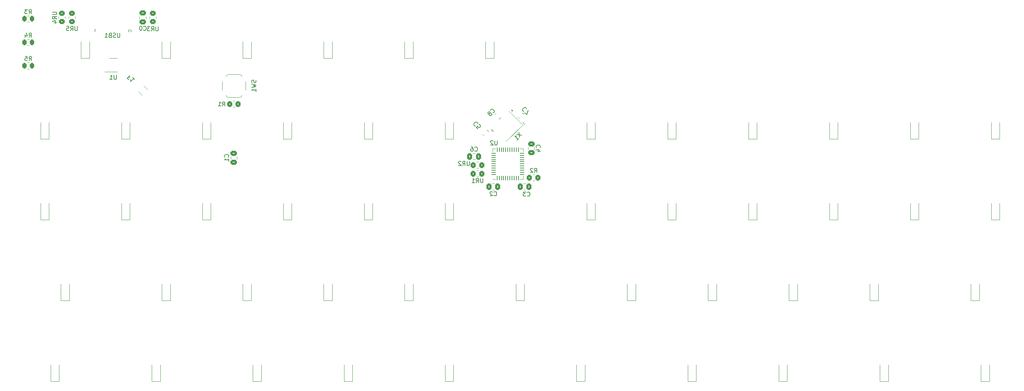
<source format=gbo>
G04 #@! TF.GenerationSoftware,KiCad,Pcbnew,(6.0.5)*
G04 #@! TF.CreationDate,2023-01-05T22:18:59-05:00*
G04 #@! TF.ProjectId,V4N4LPH4G0N-rounded,56344e34-4c50-4483-9447-304e2d726f75,rev?*
G04 #@! TF.SameCoordinates,Original*
G04 #@! TF.FileFunction,Legend,Bot*
G04 #@! TF.FilePolarity,Positive*
%FSLAX46Y46*%
G04 Gerber Fmt 4.6, Leading zero omitted, Abs format (unit mm)*
G04 Created by KiCad (PCBNEW (6.0.5)) date 2023-01-05 22:18:59*
%MOMM*%
%LPD*%
G01*
G04 APERTURE LIST*
G04 Aperture macros list*
%AMRoundRect*
0 Rectangle with rounded corners*
0 $1 Rounding radius*
0 $2 $3 $4 $5 $6 $7 $8 $9 X,Y pos of 4 corners*
0 Add a 4 corners polygon primitive as box body*
4,1,4,$2,$3,$4,$5,$6,$7,$8,$9,$2,$3,0*
0 Add four circle primitives for the rounded corners*
1,1,$1+$1,$2,$3*
1,1,$1+$1,$4,$5*
1,1,$1+$1,$6,$7*
1,1,$1+$1,$8,$9*
0 Add four rect primitives between the rounded corners*
20,1,$1+$1,$2,$3,$4,$5,0*
20,1,$1+$1,$4,$5,$6,$7,0*
20,1,$1+$1,$6,$7,$8,$9,0*
20,1,$1+$1,$8,$9,$2,$3,0*%
%AMRotRect*
0 Rectangle, with rotation*
0 The origin of the aperture is its center*
0 $1 length*
0 $2 width*
0 $3 Rotation angle, in degrees counterclockwise*
0 Add horizontal line*
21,1,$1,$2,0,0,$3*%
G04 Aperture macros list end*
%ADD10C,0.150000*%
%ADD11C,0.125000*%
%ADD12C,0.120000*%
%ADD13C,3.987800*%
%ADD14C,1.750000*%
%ADD15C,2.250000*%
%ADD16R,1.800000X1.800000*%
%ADD17C,1.800000*%
%ADD18C,1.397000*%
%ADD19R,1.200000X0.900000*%
%ADD20RoundRect,0.250000X0.262500X0.450000X-0.262500X0.450000X-0.262500X-0.450000X0.262500X-0.450000X0*%
%ADD21RoundRect,0.250000X-0.350000X-0.450000X0.350000X-0.450000X0.350000X0.450000X-0.350000X0.450000X0*%
%ADD22RotRect,2.100000X1.800000X225.000000*%
%ADD23RoundRect,0.250000X0.475000X-0.337500X0.475000X0.337500X-0.475000X0.337500X-0.475000X-0.337500X0*%
%ADD24RoundRect,0.250000X-0.337500X-0.475000X0.337500X-0.475000X0.337500X0.475000X-0.337500X0.475000X0*%
%ADD25RoundRect,0.250000X0.350000X0.450000X-0.350000X0.450000X-0.350000X-0.450000X0.350000X-0.450000X0*%
%ADD26RoundRect,0.062500X-0.475000X-0.062500X0.475000X-0.062500X0.475000X0.062500X-0.475000X0.062500X0*%
%ADD27RoundRect,0.062500X-0.062500X-0.475000X0.062500X-0.475000X0.062500X0.475000X-0.062500X0.475000X0*%
%ADD28R,5.200000X5.200000*%
%ADD29R,1.800000X1.100000*%
%ADD30RoundRect,0.250000X0.097227X-0.574524X0.574524X-0.097227X-0.097227X0.574524X-0.574524X0.097227X0*%
%ADD31RoundRect,0.250000X0.337500X0.475000X-0.337500X0.475000X-0.337500X-0.475000X0.337500X-0.475000X0*%
%ADD32RoundRect,0.250000X-0.450000X0.350000X-0.450000X-0.350000X0.450000X-0.350000X0.450000X0.350000X0*%
%ADD33RoundRect,0.250000X-0.475000X0.337500X-0.475000X-0.337500X0.475000X-0.337500X0.475000X0.337500X0*%
%ADD34C,0.650000*%
%ADD35R,0.600000X2.450000*%
%ADD36R,0.300000X2.450000*%
%ADD37R,1.560000X0.650000*%
%ADD38RoundRect,0.250000X0.574524X0.097227X0.097227X0.574524X-0.574524X-0.097227X-0.097227X-0.574524X0*%
%ADD39RoundRect,0.210527X-0.745252X-0.194454X-0.194454X-0.745252X0.745252X0.194454X0.194454X0.745252X0*%
G04 APERTURE END LIST*
D10*
X35091666Y-45373917D02*
X35425000Y-44897727D01*
X35663095Y-45373917D02*
X35663095Y-44373917D01*
X35282142Y-44373917D01*
X35186904Y-44421537D01*
X35139285Y-44469156D01*
X35091666Y-44564394D01*
X35091666Y-44707251D01*
X35139285Y-44802489D01*
X35186904Y-44850108D01*
X35282142Y-44897727D01*
X35663095Y-44897727D01*
X34234523Y-44707251D02*
X34234523Y-45373917D01*
X34472619Y-44326298D02*
X34710714Y-45040584D01*
X34091666Y-45040584D01*
X138816904Y-74631883D02*
X138816904Y-75441407D01*
X138769285Y-75536645D01*
X138721666Y-75584264D01*
X138626428Y-75631883D01*
X138435952Y-75631883D01*
X138340714Y-75584264D01*
X138293095Y-75536645D01*
X138245476Y-75441407D01*
X138245476Y-74631883D01*
X137197857Y-75631883D02*
X137531190Y-75155693D01*
X137769285Y-75631883D02*
X137769285Y-74631883D01*
X137388333Y-74631883D01*
X137293095Y-74679503D01*
X137245476Y-74727122D01*
X137197857Y-74822360D01*
X137197857Y-74965217D01*
X137245476Y-75060455D01*
X137293095Y-75108074D01*
X137388333Y-75155693D01*
X137769285Y-75155693D01*
X136816904Y-74727122D02*
X136769285Y-74679503D01*
X136674047Y-74631883D01*
X136435952Y-74631883D01*
X136340714Y-74679503D01*
X136293095Y-74727122D01*
X136245476Y-74822360D01*
X136245476Y-74917598D01*
X136293095Y-75060455D01*
X136864523Y-75631883D01*
X136245476Y-75631883D01*
X150410194Y-67779105D02*
X150645896Y-68957616D01*
X149938790Y-68250509D02*
X151117301Y-68486211D01*
X150006133Y-69597379D02*
X150410194Y-69193318D01*
X150208164Y-69395349D02*
X149501057Y-68688242D01*
X149669416Y-68721914D01*
X149804103Y-68721914D01*
X149905118Y-68688242D01*
D11*
X144150422Y-67051451D02*
X143931556Y-67270317D01*
X144184094Y-67287153D01*
X144133586Y-67337661D01*
X144116750Y-67388168D01*
X144116750Y-67421840D01*
X144133586Y-67472348D01*
X144217766Y-67556527D01*
X144268273Y-67573363D01*
X144301945Y-67573363D01*
X144352453Y-67556527D01*
X144453468Y-67455512D01*
X144470304Y-67405004D01*
X144470304Y-67371332D01*
X148711706Y-62615123D02*
X148947408Y-62850825D01*
X148661198Y-62396256D02*
X148997915Y-62564615D01*
X148779049Y-62783481D01*
X151655914Y-65954733D02*
X151857945Y-65752702D01*
X151756929Y-65853717D02*
X151403376Y-65500164D01*
X151487555Y-65517000D01*
X151554899Y-65517000D01*
X151605406Y-65500164D01*
D10*
X62073284Y-43665962D02*
X62120903Y-43713581D01*
X62263760Y-43761200D01*
X62358998Y-43761200D01*
X62501856Y-43713581D01*
X62597094Y-43618343D01*
X62644713Y-43523105D01*
X62692332Y-43332629D01*
X62692332Y-43189772D01*
X62644713Y-42999296D01*
X62597094Y-42904058D01*
X62501856Y-42808820D01*
X62358998Y-42761200D01*
X62263760Y-42761200D01*
X62120903Y-42808820D01*
X62073284Y-42856439D01*
X61454237Y-42761200D02*
X61358998Y-42761200D01*
X61263760Y-42808820D01*
X61216141Y-42856439D01*
X61168522Y-42951677D01*
X61120903Y-43142153D01*
X61120903Y-43380248D01*
X61168522Y-43570724D01*
X61216141Y-43665962D01*
X61263760Y-43713581D01*
X61358998Y-43761200D01*
X61454237Y-43761200D01*
X61549475Y-43713581D01*
X61597094Y-43665962D01*
X61644713Y-43570724D01*
X61692332Y-43380248D01*
X61692332Y-43142153D01*
X61644713Y-42951677D01*
X61597094Y-42856439D01*
X61549475Y-42808820D01*
X61454237Y-42761200D01*
X144591666Y-82682142D02*
X144639285Y-82729761D01*
X144782142Y-82777380D01*
X144877380Y-82777380D01*
X145020238Y-82729761D01*
X145115476Y-82634523D01*
X145163095Y-82539285D01*
X145210714Y-82348809D01*
X145210714Y-82205952D01*
X145163095Y-82015476D01*
X145115476Y-81920238D01*
X145020238Y-81825000D01*
X144877380Y-81777380D01*
X144782142Y-81777380D01*
X144639285Y-81825000D01*
X144591666Y-81872619D01*
X144210714Y-81872619D02*
X144163095Y-81825000D01*
X144067857Y-81777380D01*
X143829761Y-81777380D01*
X143734523Y-81825000D01*
X143686904Y-81872619D01*
X143639285Y-81967857D01*
X143639285Y-82063095D01*
X143686904Y-82205952D01*
X144258333Y-82777380D01*
X143639285Y-82777380D01*
X154109207Y-77277215D02*
X154442541Y-76801025D01*
X154680636Y-77277215D02*
X154680636Y-76277215D01*
X154299683Y-76277215D01*
X154204445Y-76324835D01*
X154156826Y-76372454D01*
X154109207Y-76467692D01*
X154109207Y-76610549D01*
X154156826Y-76705787D01*
X154204445Y-76753406D01*
X154299683Y-76801025D01*
X154680636Y-76801025D01*
X153728255Y-76372454D02*
X153680636Y-76324835D01*
X153585398Y-76277215D01*
X153347302Y-76277215D01*
X153252064Y-76324835D01*
X153204445Y-76372454D01*
X153156826Y-76467692D01*
X153156826Y-76562930D01*
X153204445Y-76705787D01*
X153775874Y-77277215D01*
X153156826Y-77277215D01*
X145358154Y-69778630D02*
X145358154Y-70588154D01*
X145310535Y-70683392D01*
X145262916Y-70731011D01*
X145167678Y-70778630D01*
X144977202Y-70778630D01*
X144881964Y-70731011D01*
X144834345Y-70683392D01*
X144786726Y-70588154D01*
X144786726Y-69778630D01*
X144358154Y-69873869D02*
X144310535Y-69826250D01*
X144215297Y-69778630D01*
X143977202Y-69778630D01*
X143881964Y-69826250D01*
X143834345Y-69873869D01*
X143786726Y-69969107D01*
X143786726Y-70064345D01*
X143834345Y-70207202D01*
X144405773Y-70778630D01*
X143786726Y-70778630D01*
X88511011Y-55499166D02*
X88558630Y-55642023D01*
X88558630Y-55880119D01*
X88511011Y-55975357D01*
X88463392Y-56022976D01*
X88368154Y-56070595D01*
X88272916Y-56070595D01*
X88177678Y-56022976D01*
X88130059Y-55975357D01*
X88082440Y-55880119D01*
X88034821Y-55689642D01*
X87987202Y-55594404D01*
X87939583Y-55546785D01*
X87844345Y-55499166D01*
X87749107Y-55499166D01*
X87653869Y-55546785D01*
X87606250Y-55594404D01*
X87558630Y-55689642D01*
X87558630Y-55927738D01*
X87606250Y-56070595D01*
X87558630Y-56403928D02*
X88558630Y-56642023D01*
X87844345Y-56832500D01*
X88558630Y-57022976D01*
X87558630Y-57261071D01*
X88558630Y-58165833D02*
X88558630Y-57594404D01*
X88558630Y-57880119D02*
X87558630Y-57880119D01*
X87701488Y-57784880D01*
X87796726Y-57689642D01*
X87844345Y-57594404D01*
X144359945Y-63232604D02*
X144427288Y-63232604D01*
X144561975Y-63165260D01*
X144629319Y-63097917D01*
X144696662Y-62963229D01*
X144696662Y-62828542D01*
X144662991Y-62727527D01*
X144561975Y-62559168D01*
X144460960Y-62458153D01*
X144292601Y-62357138D01*
X144191586Y-62323466D01*
X144056899Y-62323466D01*
X143922212Y-62390810D01*
X143854868Y-62458153D01*
X143787525Y-62592840D01*
X143787525Y-62660184D01*
X143619166Y-63299947D02*
X143652838Y-63198932D01*
X143652838Y-63131588D01*
X143619166Y-63030573D01*
X143585494Y-62996901D01*
X143484479Y-62963229D01*
X143417136Y-62963229D01*
X143316120Y-62996901D01*
X143181433Y-63131588D01*
X143147762Y-63232604D01*
X143147762Y-63299947D01*
X143181433Y-63400962D01*
X143215105Y-63434634D01*
X143316120Y-63468306D01*
X143383464Y-63468306D01*
X143484479Y-63434634D01*
X143619166Y-63299947D01*
X143720181Y-63266275D01*
X143787525Y-63266275D01*
X143888540Y-63299947D01*
X144023227Y-63434634D01*
X144056899Y-63535649D01*
X144056899Y-63602993D01*
X144023227Y-63704008D01*
X143888540Y-63838695D01*
X143787525Y-63872367D01*
X143720181Y-63872367D01*
X143619166Y-63838695D01*
X143484479Y-63704008D01*
X143450807Y-63602993D01*
X143450807Y-63535649D01*
X143484479Y-63434634D01*
X35091666Y-50895017D02*
X35425000Y-50418827D01*
X35663095Y-50895017D02*
X35663095Y-49895017D01*
X35282142Y-49895017D01*
X35186904Y-49942637D01*
X35139285Y-49990256D01*
X35091666Y-50085494D01*
X35091666Y-50228351D01*
X35139285Y-50323589D01*
X35186904Y-50371208D01*
X35282142Y-50418827D01*
X35663095Y-50418827D01*
X34186904Y-49895017D02*
X34663095Y-49895017D01*
X34710714Y-50371208D01*
X34663095Y-50323589D01*
X34567857Y-50275970D01*
X34329761Y-50275970D01*
X34234523Y-50323589D01*
X34186904Y-50371208D01*
X34139285Y-50466446D01*
X34139285Y-50704541D01*
X34186904Y-50799779D01*
X34234523Y-50847398D01*
X34329761Y-50895017D01*
X34567857Y-50895017D01*
X34663095Y-50847398D01*
X34710714Y-50799779D01*
X140072916Y-72178392D02*
X140120535Y-72226011D01*
X140263392Y-72273630D01*
X140358630Y-72273630D01*
X140501488Y-72226011D01*
X140596726Y-72130773D01*
X140644345Y-72035535D01*
X140691964Y-71845059D01*
X140691964Y-71702202D01*
X140644345Y-71511726D01*
X140596726Y-71416488D01*
X140501488Y-71321250D01*
X140358630Y-71273630D01*
X140263392Y-71273630D01*
X140120535Y-71321250D01*
X140072916Y-71368869D01*
X139215773Y-71273630D02*
X139406250Y-71273630D01*
X139501488Y-71321250D01*
X139549107Y-71368869D01*
X139644345Y-71511726D01*
X139691964Y-71702202D01*
X139691964Y-72083154D01*
X139644345Y-72178392D01*
X139596726Y-72226011D01*
X139501488Y-72273630D01*
X139311011Y-72273630D01*
X139215773Y-72226011D01*
X139168154Y-72178392D01*
X139120535Y-72083154D01*
X139120535Y-71845059D01*
X139168154Y-71749821D01*
X139215773Y-71702202D01*
X139311011Y-71654583D01*
X139501488Y-71654583D01*
X139596726Y-71702202D01*
X139644345Y-71749821D01*
X139691964Y-71845059D01*
X65528021Y-42880406D02*
X65528021Y-43689930D01*
X65480402Y-43785168D01*
X65432783Y-43832787D01*
X65337545Y-43880406D01*
X65147069Y-43880406D01*
X65051831Y-43832787D01*
X65004212Y-43785168D01*
X64956593Y-43689930D01*
X64956593Y-42880406D01*
X63908974Y-43880406D02*
X64242307Y-43404216D01*
X64480402Y-43880406D02*
X64480402Y-42880406D01*
X64099450Y-42880406D01*
X64004212Y-42928026D01*
X63956593Y-42975645D01*
X63908974Y-43070883D01*
X63908974Y-43213740D01*
X63956593Y-43308978D01*
X64004212Y-43356597D01*
X64099450Y-43404216D01*
X64480402Y-43404216D01*
X63575640Y-42880406D02*
X62956593Y-42880406D01*
X63289926Y-43261359D01*
X63147069Y-43261359D01*
X63051831Y-43308978D01*
X63004212Y-43356597D01*
X62956593Y-43451835D01*
X62956593Y-43689930D01*
X63004212Y-43785168D01*
X63051831Y-43832787D01*
X63147069Y-43880406D01*
X63432783Y-43880406D01*
X63528021Y-43832787D01*
X63575640Y-43785168D01*
X155421441Y-71412137D02*
X155469060Y-71364518D01*
X155516679Y-71221661D01*
X155516679Y-71126423D01*
X155469060Y-70983565D01*
X155373822Y-70888327D01*
X155278584Y-70840708D01*
X155088108Y-70793089D01*
X154945251Y-70793089D01*
X154754775Y-70840708D01*
X154659537Y-70888327D01*
X154564299Y-70983565D01*
X154516679Y-71126423D01*
X154516679Y-71221661D01*
X154564299Y-71364518D01*
X154611918Y-71412137D01*
X154850013Y-72269280D02*
X155516679Y-72269280D01*
X154469060Y-72031184D02*
X155183346Y-71793089D01*
X155183346Y-72412137D01*
X82020892Y-73652083D02*
X82068511Y-73604464D01*
X82116130Y-73461607D01*
X82116130Y-73366369D01*
X82068511Y-73223511D01*
X81973273Y-73128273D01*
X81878035Y-73080654D01*
X81687559Y-73033035D01*
X81544702Y-73033035D01*
X81354226Y-73080654D01*
X81258988Y-73128273D01*
X81163750Y-73223511D01*
X81116130Y-73366369D01*
X81116130Y-73461607D01*
X81163750Y-73604464D01*
X81211369Y-73652083D01*
X82116130Y-74604464D02*
X82116130Y-74033035D01*
X82116130Y-74318750D02*
X81116130Y-74318750D01*
X81258988Y-74223511D01*
X81354226Y-74128273D01*
X81401845Y-74033035D01*
X40629210Y-39460645D02*
X41438734Y-39460645D01*
X41533972Y-39508264D01*
X41581591Y-39555883D01*
X41629210Y-39651121D01*
X41629210Y-39841597D01*
X41581591Y-39936835D01*
X41533972Y-39984454D01*
X41438734Y-40032073D01*
X40629210Y-40032073D01*
X41629210Y-41079692D02*
X41153020Y-40746359D01*
X41629210Y-40508264D02*
X40629210Y-40508264D01*
X40629210Y-40889216D01*
X40676830Y-40984454D01*
X40724449Y-41032073D01*
X40819687Y-41079692D01*
X40962544Y-41079692D01*
X41057782Y-41032073D01*
X41105401Y-40984454D01*
X41153020Y-40889216D01*
X41153020Y-40508264D01*
X40962544Y-41936835D02*
X41629210Y-41936835D01*
X40581591Y-41698740D02*
X41295877Y-41460645D01*
X41295877Y-42079692D01*
X35091666Y-39852817D02*
X35425000Y-39376627D01*
X35663095Y-39852817D02*
X35663095Y-38852817D01*
X35282142Y-38852817D01*
X35186904Y-38900437D01*
X35139285Y-38948056D01*
X35091666Y-39043294D01*
X35091666Y-39186151D01*
X35139285Y-39281389D01*
X35186904Y-39329008D01*
X35282142Y-39376627D01*
X35663095Y-39376627D01*
X34758333Y-38852817D02*
X34139285Y-38852817D01*
X34472619Y-39233770D01*
X34329761Y-39233770D01*
X34234523Y-39281389D01*
X34186904Y-39329008D01*
X34139285Y-39424246D01*
X34139285Y-39662341D01*
X34186904Y-39757579D01*
X34234523Y-39805198D01*
X34329761Y-39852817D01*
X34615476Y-39852817D01*
X34710714Y-39805198D01*
X34758333Y-39757579D01*
X46487048Y-42824249D02*
X46487048Y-43633773D01*
X46439429Y-43729011D01*
X46391810Y-43776630D01*
X46296572Y-43824249D01*
X46106096Y-43824249D01*
X46010858Y-43776630D01*
X45963239Y-43729011D01*
X45915620Y-43633773D01*
X45915620Y-42824249D01*
X44868001Y-43824249D02*
X45201334Y-43348059D01*
X45439429Y-43824249D02*
X45439429Y-42824249D01*
X45058477Y-42824249D01*
X44963239Y-42871869D01*
X44915620Y-42919488D01*
X44868001Y-43014726D01*
X44868001Y-43157583D01*
X44915620Y-43252821D01*
X44963239Y-43300440D01*
X45058477Y-43348059D01*
X45439429Y-43348059D01*
X43963239Y-42824249D02*
X44439429Y-42824249D01*
X44487048Y-43300440D01*
X44439429Y-43252821D01*
X44344191Y-43205202D01*
X44106096Y-43205202D01*
X44010858Y-43252821D01*
X43963239Y-43300440D01*
X43915620Y-43395678D01*
X43915620Y-43633773D01*
X43963239Y-43729011D01*
X44010858Y-43776630D01*
X44106096Y-43824249D01*
X44344191Y-43824249D01*
X44439429Y-43776630D01*
X44487048Y-43729011D01*
X56506845Y-44429714D02*
X56506845Y-45239238D01*
X56459226Y-45334476D01*
X56411607Y-45382095D01*
X56316369Y-45429714D01*
X56125892Y-45429714D01*
X56030654Y-45382095D01*
X55983035Y-45334476D01*
X55935416Y-45239238D01*
X55935416Y-44429714D01*
X55506845Y-45382095D02*
X55363988Y-45429714D01*
X55125892Y-45429714D01*
X55030654Y-45382095D01*
X54983035Y-45334476D01*
X54935416Y-45239238D01*
X54935416Y-45144000D01*
X54983035Y-45048762D01*
X55030654Y-45001143D01*
X55125892Y-44953524D01*
X55316369Y-44905905D01*
X55411607Y-44858286D01*
X55459226Y-44810667D01*
X55506845Y-44715429D01*
X55506845Y-44620191D01*
X55459226Y-44524953D01*
X55411607Y-44477334D01*
X55316369Y-44429714D01*
X55078273Y-44429714D01*
X54935416Y-44477334D01*
X54173511Y-44905905D02*
X54030654Y-44953524D01*
X53983035Y-45001143D01*
X53935416Y-45096381D01*
X53935416Y-45239238D01*
X53983035Y-45334476D01*
X54030654Y-45382095D01*
X54125892Y-45429714D01*
X54506845Y-45429714D01*
X54506845Y-44429714D01*
X54173511Y-44429714D01*
X54078273Y-44477334D01*
X54030654Y-44524953D01*
X53983035Y-44620191D01*
X53983035Y-44715429D01*
X54030654Y-44810667D01*
X54078273Y-44858286D01*
X54173511Y-44905905D01*
X54506845Y-44905905D01*
X52983035Y-45429714D02*
X53554464Y-45429714D01*
X53268750Y-45429714D02*
X53268750Y-44429714D01*
X53363988Y-44572572D01*
X53459226Y-44667810D01*
X53554464Y-44715429D01*
D11*
X58721939Y-43597939D02*
X58436225Y-43597939D01*
X58579082Y-43597939D02*
X58579082Y-44097939D01*
X58531463Y-44026510D01*
X58483844Y-43978891D01*
X58436225Y-43955082D01*
X58912416Y-44050320D02*
X58936225Y-44074130D01*
X58983844Y-44097939D01*
X59102892Y-44097939D01*
X59150511Y-44074130D01*
X59174320Y-44050320D01*
X59198130Y-44002701D01*
X59198130Y-43955082D01*
X59174320Y-43883653D01*
X58888606Y-43597939D01*
X59198130Y-43597939D01*
X50767360Y-43555563D02*
X50481645Y-43555563D01*
X50624503Y-43555563D02*
X50624503Y-44055563D01*
X50576883Y-43984134D01*
X50529264Y-43936515D01*
X50481645Y-43912706D01*
D10*
X55700252Y-54312695D02*
X55700252Y-55122219D01*
X55652633Y-55217457D01*
X55605014Y-55265076D01*
X55509776Y-55312695D01*
X55319300Y-55312695D01*
X55224062Y-55265076D01*
X55176443Y-55217457D01*
X55128824Y-55122219D01*
X55128824Y-54312695D01*
X54128824Y-55312695D02*
X54700252Y-55312695D01*
X54414538Y-55312695D02*
X54414538Y-54312695D01*
X54509776Y-54455553D01*
X54605014Y-54550791D01*
X54700252Y-54598410D01*
X152219377Y-62295922D02*
X152219377Y-62228579D01*
X152152033Y-62093892D01*
X152084690Y-62026548D01*
X151950002Y-61959205D01*
X151815315Y-61959205D01*
X151714300Y-61992876D01*
X151545941Y-62093892D01*
X151444926Y-62194907D01*
X151343911Y-62363266D01*
X151310239Y-62464281D01*
X151310239Y-62598968D01*
X151377583Y-62733655D01*
X151444926Y-62800999D01*
X151579613Y-62868342D01*
X151646957Y-62868342D01*
X151815315Y-63171388D02*
X152286720Y-63642792D01*
X152690781Y-62632640D01*
X58819960Y-54952225D02*
X58584257Y-54716523D01*
X58954647Y-54346133D02*
X58247540Y-55053240D01*
X58584257Y-55389958D01*
X59931127Y-55322614D02*
X59527066Y-54918553D01*
X59729097Y-55120584D02*
X59021990Y-55827690D01*
X59055662Y-55659332D01*
X59055662Y-55524645D01*
X59021990Y-55423629D01*
X141991904Y-78663133D02*
X141991904Y-79472657D01*
X141944285Y-79567895D01*
X141896666Y-79615514D01*
X141801428Y-79663133D01*
X141610952Y-79663133D01*
X141515714Y-79615514D01*
X141468095Y-79567895D01*
X141420476Y-79472657D01*
X141420476Y-78663133D01*
X140372857Y-79663133D02*
X140706190Y-79186943D01*
X140944285Y-79663133D02*
X140944285Y-78663133D01*
X140563333Y-78663133D01*
X140468095Y-78710753D01*
X140420476Y-78758372D01*
X140372857Y-78853610D01*
X140372857Y-78996467D01*
X140420476Y-79091705D01*
X140468095Y-79139324D01*
X140563333Y-79186943D01*
X140944285Y-79186943D01*
X139420476Y-79663133D02*
X139991904Y-79663133D01*
X139706190Y-79663133D02*
X139706190Y-78663133D01*
X139801428Y-78805991D01*
X139896666Y-78901229D01*
X139991904Y-78948848D01*
X80639206Y-61615097D02*
X80972540Y-61138907D01*
X81210635Y-61615097D02*
X81210635Y-60615097D01*
X80829682Y-60615097D01*
X80734444Y-60662717D01*
X80686825Y-60710336D01*
X80639206Y-60805574D01*
X80639206Y-60948431D01*
X80686825Y-61043669D01*
X80734444Y-61091288D01*
X80829682Y-61138907D01*
X81210635Y-61138907D01*
X79686825Y-61615097D02*
X80258254Y-61615097D01*
X79972540Y-61615097D02*
X79972540Y-60615097D01*
X80067778Y-60757955D01*
X80163016Y-60853193D01*
X80258254Y-60900812D01*
X140755737Y-65719754D02*
X140755737Y-65652411D01*
X140688393Y-65517724D01*
X140621050Y-65450380D01*
X140486362Y-65383037D01*
X140351675Y-65383037D01*
X140250660Y-65416708D01*
X140082301Y-65517724D01*
X139981286Y-65618739D01*
X139880271Y-65787098D01*
X139846599Y-65888113D01*
X139846599Y-66022800D01*
X139913943Y-66157487D01*
X139981286Y-66224831D01*
X140115973Y-66292174D01*
X140183317Y-66292174D01*
X140755737Y-66999281D02*
X140419019Y-66662563D01*
X140722065Y-66292174D01*
X140722065Y-66359518D01*
X140755737Y-66460533D01*
X140924095Y-66628892D01*
X141025111Y-66662563D01*
X141092454Y-66662563D01*
X141193469Y-66628892D01*
X141361828Y-66460533D01*
X141395500Y-66359518D01*
X141395500Y-66292174D01*
X141361828Y-66191159D01*
X141193469Y-66022800D01*
X141092454Y-65989128D01*
X141025111Y-65989128D01*
X152450821Y-82771244D02*
X152498440Y-82818863D01*
X152641297Y-82866482D01*
X152736535Y-82866482D01*
X152879393Y-82818863D01*
X152974631Y-82723625D01*
X153022250Y-82628387D01*
X153069869Y-82437911D01*
X153069869Y-82295054D01*
X153022250Y-82104578D01*
X152974631Y-82009340D01*
X152879393Y-81914102D01*
X152736535Y-81866482D01*
X152641297Y-81866482D01*
X152498440Y-81914102D01*
X152450821Y-81961721D01*
X152117488Y-81866482D02*
X151498440Y-81866482D01*
X151831774Y-82247435D01*
X151688916Y-82247435D01*
X151593678Y-82295054D01*
X151546059Y-82342673D01*
X151498440Y-82437911D01*
X151498440Y-82676006D01*
X151546059Y-82771244D01*
X151593678Y-82818863D01*
X151688916Y-82866482D01*
X151974631Y-82866482D01*
X152069869Y-82818863D01*
X152117488Y-82771244D01*
D12*
X87444380Y-107501250D02*
X85444380Y-107501250D01*
X87444380Y-107501250D02*
X87444380Y-103601250D01*
X85444380Y-107501250D02*
X85444380Y-103601250D01*
X35152064Y-47306537D02*
X34697936Y-47306537D01*
X35152064Y-45836537D02*
X34697936Y-45836537D01*
X125545956Y-50351250D02*
X123545956Y-50351250D01*
X125545956Y-50351250D02*
X125545956Y-46451250D01*
X123545956Y-50351250D02*
X123545956Y-46451250D01*
X140502936Y-74793753D02*
X140957064Y-74793753D01*
X140502936Y-76263753D02*
X140957064Y-76263753D01*
X148161948Y-62857321D02*
X151343929Y-66039302D01*
X151343929Y-66039302D02*
X147525552Y-69857679D01*
X62611830Y-40983802D02*
X62611830Y-40461298D01*
X61141830Y-40983802D02*
X61141830Y-40461298D01*
X106495168Y-107501250D02*
X104495168Y-107501250D01*
X106495168Y-107501250D02*
X106495168Y-103601250D01*
X104495168Y-107501250D02*
X104495168Y-103601250D01*
X166030876Y-126551250D02*
X164030876Y-126551250D01*
X166030876Y-126551250D02*
X166030876Y-122651250D01*
X164030876Y-126551250D02*
X164030876Y-122651250D01*
X261657762Y-88451250D02*
X261657762Y-84551250D01*
X263657762Y-88451250D02*
X261657762Y-88451250D01*
X263657762Y-88451250D02*
X263657762Y-84551250D01*
X187457762Y-88451250D02*
X187457762Y-84551250D01*
X185457762Y-88451250D02*
X185457762Y-84551250D01*
X187457762Y-88451250D02*
X185457762Y-88451250D01*
X75912189Y-88451250D02*
X75912189Y-84551250D01*
X77912189Y-88451250D02*
X77912189Y-84551250D01*
X77912189Y-88451250D02*
X75912189Y-88451250D01*
X263657762Y-69401250D02*
X263657762Y-65501250D01*
X263657762Y-69401250D02*
X261657762Y-69401250D01*
X261657762Y-69401250D02*
X261657762Y-65501250D01*
X135068021Y-126551250D02*
X133068021Y-126551250D01*
X135068021Y-126551250D02*
X135068021Y-122651250D01*
X133068021Y-126551250D02*
X133068021Y-122651250D01*
X192214166Y-126551250D02*
X190214166Y-126551250D01*
X190214166Y-126551250D02*
X190214166Y-122651250D01*
X192214166Y-126551250D02*
X192214166Y-122651250D01*
X49343592Y-50351250D02*
X47343592Y-50351250D01*
X47343592Y-50351250D02*
X47343592Y-46451250D01*
X49343592Y-50351250D02*
X49343592Y-46451250D01*
X144163748Y-81380000D02*
X144686252Y-81380000D01*
X144163748Y-79910000D02*
X144686252Y-79910000D01*
X261272325Y-126551250D02*
X261272325Y-122651250D01*
X261272325Y-126551250D02*
X259272325Y-126551250D01*
X259272325Y-126551250D02*
X259272325Y-122651250D01*
X68393592Y-50351250D02*
X68393592Y-46451250D01*
X66393592Y-50351250D02*
X66393592Y-46451250D01*
X68393592Y-50351250D02*
X66393592Y-50351250D01*
X40195742Y-126551250D02*
X40195742Y-122651250D01*
X42195742Y-126551250D02*
X42195742Y-122651250D01*
X42195742Y-126551250D02*
X40195742Y-126551250D01*
X154169605Y-79209835D02*
X153715477Y-79209835D01*
X154169605Y-77739835D02*
X153715477Y-77739835D01*
X242607762Y-88451250D02*
X242607762Y-84551250D01*
X244607762Y-88451250D02*
X244607762Y-84551250D01*
X244607762Y-88451250D02*
X242607762Y-88451250D01*
X151453750Y-78857322D02*
X151453750Y-78132322D01*
X150728750Y-71637322D02*
X151453750Y-71637322D01*
X144958750Y-78857322D02*
X144233750Y-78857322D01*
X144958750Y-71637322D02*
X144233750Y-71637322D01*
X151453750Y-71637322D02*
X151453750Y-72362322D01*
X144233750Y-71637322D02*
X144233750Y-72362322D01*
X150728750Y-78857322D02*
X151453750Y-78857322D01*
X68393592Y-107501250D02*
X68393592Y-103601250D01*
X66393592Y-107501250D02*
X66393592Y-103601250D01*
X68393592Y-107501250D02*
X66393592Y-107501250D01*
X258887642Y-107501250D02*
X258887642Y-103601250D01*
X256887642Y-107501250D02*
X256887642Y-103601250D01*
X258887642Y-107501250D02*
X256887642Y-107501250D01*
X84793750Y-59552500D02*
X81893750Y-59552500D01*
X84793750Y-54112500D02*
X81893750Y-54112500D01*
X81893750Y-59552500D02*
X81403750Y-59062500D01*
X84793750Y-54112500D02*
X85283750Y-54602500D01*
X81893750Y-54112500D02*
X81403750Y-54602500D01*
X84793750Y-59552500D02*
X85283750Y-59062500D01*
X86063750Y-57872500D02*
X86063750Y-55792500D01*
X80623750Y-57872500D02*
X80623750Y-55792500D01*
X145797490Y-64680707D02*
X146166957Y-64311240D01*
X144758043Y-63641260D02*
X145127510Y-63271793D01*
X35152064Y-52827637D02*
X34697936Y-52827637D01*
X35152064Y-51357637D02*
X34697936Y-51357637D01*
X58862885Y-69401250D02*
X56862885Y-69401250D01*
X56862885Y-69401250D02*
X56862885Y-65501250D01*
X58862885Y-69401250D02*
X58862885Y-65501250D01*
X140167502Y-72766250D02*
X139644998Y-72766250D01*
X140167502Y-74236250D02*
X139644998Y-74236250D01*
X39813581Y-88451250D02*
X37813581Y-88451250D01*
X39813581Y-88451250D02*
X39813581Y-84551250D01*
X37813581Y-88451250D02*
X37813581Y-84551250D01*
X64993080Y-40495486D02*
X64993080Y-40949614D01*
X63523080Y-40495486D02*
X63523080Y-40949614D01*
X211645742Y-126551250D02*
X211645742Y-122651250D01*
X213645742Y-126551250D02*
X211645742Y-126551250D01*
X213645742Y-126551250D02*
X213645742Y-122651250D01*
X223557762Y-69401250D02*
X223557762Y-65501250D01*
X225557762Y-69401250D02*
X223557762Y-69401250D01*
X225557762Y-69401250D02*
X225557762Y-65501250D01*
X152649299Y-71840056D02*
X152649299Y-71317552D01*
X154119299Y-71840056D02*
X154119299Y-71317552D01*
X96961493Y-69401250D02*
X96961493Y-65501250D01*
X94961493Y-69401250D02*
X94961493Y-65501250D01*
X96961493Y-69401250D02*
X94961493Y-69401250D01*
X168407762Y-69401250D02*
X168407762Y-65501250D01*
X168407762Y-69401250D02*
X166407762Y-69401250D01*
X166407762Y-69401250D02*
X166407762Y-65501250D01*
X82608750Y-73557498D02*
X82608750Y-74080002D01*
X84078750Y-73557498D02*
X84078750Y-74080002D01*
X135060102Y-88451250D02*
X133060102Y-88451250D01*
X133060102Y-88451250D02*
X133060102Y-84551250D01*
X135060102Y-88451250D02*
X135060102Y-84551250D01*
X111262849Y-126551250D02*
X109262849Y-126551250D01*
X109262849Y-126551250D02*
X109262849Y-122651250D01*
X111262849Y-126551250D02*
X111262849Y-122651250D01*
X42091830Y-40495486D02*
X42091830Y-40949614D01*
X43561830Y-40495486D02*
X43561830Y-40949614D01*
X244607762Y-69401250D02*
X244607762Y-65501250D01*
X244607762Y-69401250D02*
X242607762Y-69401250D01*
X242607762Y-69401250D02*
X242607762Y-65501250D01*
X204507762Y-88451250D02*
X204507762Y-84551250D01*
X206507762Y-88451250D02*
X206507762Y-84551250D01*
X206507762Y-88451250D02*
X204507762Y-88451250D01*
X35152064Y-40315437D02*
X34697936Y-40315437D01*
X35152064Y-41785437D02*
X34697936Y-41785437D01*
X196986610Y-107501250D02*
X194986610Y-107501250D01*
X194986610Y-107501250D02*
X194986610Y-103601250D01*
X196986610Y-107501250D02*
X196986610Y-103601250D01*
X44473080Y-40495486D02*
X44473080Y-40949614D01*
X45943080Y-40495486D02*
X45943080Y-40949614D01*
X151745230Y-107501250D02*
X151745230Y-103601250D01*
X151745230Y-107501250D02*
X149745230Y-107501250D01*
X149745230Y-107501250D02*
X149745230Y-103601250D01*
X77912189Y-69401250D02*
X77912189Y-65501250D01*
X75912189Y-69401250D02*
X75912189Y-65501250D01*
X77912189Y-69401250D02*
X75912189Y-69401250D01*
X223557762Y-88451250D02*
X223557762Y-84551250D01*
X225557762Y-88451250D02*
X223557762Y-88451250D01*
X225557762Y-88451250D02*
X225557762Y-84551250D01*
X123545956Y-107501250D02*
X123545956Y-103601250D01*
X125545956Y-107501250D02*
X125545956Y-103601250D01*
X125545956Y-107501250D02*
X123545956Y-107501250D01*
X216037400Y-107501250D02*
X216037400Y-103601250D01*
X216037400Y-107501250D02*
X214037400Y-107501250D01*
X214037400Y-107501250D02*
X214037400Y-103601250D01*
X54038348Y-50350315D02*
X55838348Y-50350315D01*
X55838348Y-53570315D02*
X52888348Y-53570315D01*
X150561761Y-64558708D02*
X150192294Y-64189241D01*
X151601208Y-63519261D02*
X151231741Y-63149794D01*
X235088190Y-107501250D02*
X235088190Y-103601250D01*
X235088190Y-107501250D02*
X233088190Y-107501250D01*
X233088190Y-107501250D02*
X233088190Y-103601250D01*
X204507762Y-69401250D02*
X204507762Y-65501250D01*
X206507762Y-69401250D02*
X206507762Y-65501250D01*
X206507762Y-69401250D02*
X204507762Y-69401250D01*
X135060102Y-69401250D02*
X135060102Y-65501250D01*
X133060102Y-69401250D02*
X133060102Y-65501250D01*
X135060102Y-69401250D02*
X133060102Y-69401250D01*
X62130244Y-56874559D02*
X62981691Y-57726006D01*
X60843309Y-58161494D02*
X61694756Y-59012941D01*
X116010797Y-69401250D02*
X116010797Y-65501250D01*
X114010797Y-69401250D02*
X114010797Y-65501250D01*
X116010797Y-69401250D02*
X114010797Y-69401250D01*
X44574596Y-107501250D02*
X44574596Y-103601250D01*
X42574596Y-107501250D02*
X42574596Y-103601250D01*
X44574596Y-107501250D02*
X42574596Y-107501250D01*
X87829548Y-126551250D02*
X87829548Y-122651250D01*
X89829548Y-126551250D02*
X87829548Y-126551250D01*
X89829548Y-126551250D02*
X89829548Y-122651250D01*
X177935820Y-107501250D02*
X175935820Y-107501250D01*
X177935820Y-107501250D02*
X177935820Y-103601250D01*
X175935820Y-107501250D02*
X175935820Y-103601250D01*
X168407762Y-88451250D02*
X166407762Y-88451250D01*
X166407762Y-88451250D02*
X166407762Y-84551250D01*
X168407762Y-88451250D02*
X168407762Y-84551250D01*
X106495168Y-50351250D02*
X104495168Y-50351250D01*
X104495168Y-50351250D02*
X104495168Y-46451250D01*
X106495168Y-50351250D02*
X106495168Y-46451250D01*
X116010797Y-88451250D02*
X114010797Y-88451250D01*
X116010797Y-88451250D02*
X116010797Y-84551250D01*
X114010797Y-88451250D02*
X114010797Y-84551250D01*
X185457762Y-69401250D02*
X185457762Y-65501250D01*
X187457762Y-69401250D02*
X185457762Y-69401250D01*
X187457762Y-69401250D02*
X187457762Y-65501250D01*
X140502936Y-78295753D02*
X140957064Y-78295753D01*
X140502936Y-76825753D02*
X140957064Y-76825753D01*
X83570814Y-60383750D02*
X83116686Y-60383750D01*
X83570814Y-61853750D02*
X83116686Y-61853750D01*
X96961493Y-88451250D02*
X94961493Y-88451250D01*
X96961493Y-88451250D02*
X96961493Y-84551250D01*
X94961493Y-88451250D02*
X94961493Y-84551250D01*
X58862885Y-88451250D02*
X58862885Y-84551250D01*
X56862885Y-88451250D02*
X56862885Y-84551250D01*
X58862885Y-88451250D02*
X56862885Y-88451250D01*
X144595956Y-50351250D02*
X144595956Y-46451250D01*
X144595956Y-50351250D02*
X142595956Y-50351250D01*
X142595956Y-50351250D02*
X142595956Y-46451250D01*
X85444380Y-50351250D02*
X85444380Y-46451250D01*
X87444380Y-50351250D02*
X85444380Y-50351250D01*
X87444380Y-50351250D02*
X87444380Y-46451250D01*
X39813581Y-69401250D02*
X39813581Y-65501250D01*
X37813581Y-69401250D02*
X37813581Y-65501250D01*
X39813581Y-69401250D02*
X37813581Y-69401250D01*
X143302091Y-67597604D02*
X142932624Y-67228137D01*
X142262644Y-68637051D02*
X141893177Y-68267584D01*
X152073752Y-79910000D02*
X151551248Y-79910000D01*
X152073752Y-81380000D02*
X151551248Y-81380000D01*
X66014113Y-126551250D02*
X66014113Y-122651250D01*
X66014113Y-126551250D02*
X64014113Y-126551250D01*
X64014113Y-126551250D02*
X64014113Y-122651250D01*
X237464395Y-126551250D02*
X237464395Y-122651250D01*
X235464395Y-126551250D02*
X235464395Y-122651250D01*
X237464395Y-126551250D02*
X235464395Y-126551250D01*
%LPC*%
D13*
X102393750Y-104457500D03*
D14*
X97313750Y-104457500D03*
X107473750Y-104457500D03*
D15*
X98583750Y-101917500D03*
X104933750Y-99377500D03*
D14*
X66992500Y-123507500D03*
D13*
X61912500Y-123507500D03*
D14*
X56832500Y-123507500D03*
D15*
X58102500Y-120967500D03*
X64452500Y-118427500D03*
D13*
X121443750Y-104457500D03*
D14*
X116363750Y-104457500D03*
X126523750Y-104457500D03*
D15*
X117633750Y-101917500D03*
X123983750Y-99377500D03*
D14*
X236061250Y-104457500D03*
D13*
X230981250Y-104457500D03*
D14*
X225901250Y-104457500D03*
D15*
X227171250Y-101917500D03*
X233521250Y-99377500D03*
D14*
X178276250Y-85407500D03*
D13*
X183356250Y-85407500D03*
D14*
X188436250Y-85407500D03*
D15*
X179546250Y-82867500D03*
X185896250Y-80327500D03*
D14*
X226536250Y-66357500D03*
X216376250Y-66357500D03*
D13*
X221456250Y-66357500D03*
D15*
X217646250Y-63817500D03*
X223996250Y-61277500D03*
D14*
X112236250Y-123507500D03*
X102076250Y-123507500D03*
D13*
X107156250Y-123507500D03*
D15*
X103346250Y-120967500D03*
X109696250Y-118427500D03*
D14*
X40798750Y-66357500D03*
X30638750Y-66357500D03*
D13*
X35718750Y-66357500D03*
D15*
X31908750Y-63817500D03*
X38258750Y-61277500D03*
D14*
X145573750Y-47307500D03*
X135413750Y-47307500D03*
D13*
X140493750Y-47307500D03*
D15*
X136683750Y-44767500D03*
X143033750Y-42227500D03*
D13*
X209550000Y-123507500D03*
D14*
X214630000Y-123507500D03*
X204470000Y-123507500D03*
D15*
X205740000Y-120967500D03*
X212090000Y-118427500D03*
D14*
X245586250Y-66357500D03*
D13*
X240506250Y-66357500D03*
D14*
X235426250Y-66357500D03*
D15*
X236696250Y-63817500D03*
X243046250Y-61277500D03*
D13*
X54768750Y-66357500D03*
D14*
X49688750Y-66357500D03*
X59848750Y-66357500D03*
D15*
X50958750Y-63817500D03*
X57308750Y-61277500D03*
D13*
X121443750Y-47307500D03*
D14*
X116363750Y-47307500D03*
X126523750Y-47307500D03*
D15*
X117633750Y-44767500D03*
X123983750Y-42227500D03*
D16*
X31529966Y-52092637D03*
D17*
X28989966Y-52092637D03*
D14*
X197326250Y-66357500D03*
X207486250Y-66357500D03*
D13*
X202406250Y-66357500D03*
D15*
X198596250Y-63817500D03*
X204946250Y-61277500D03*
D13*
X211931250Y-104457500D03*
D14*
X217011250Y-104457500D03*
X206851250Y-104457500D03*
D15*
X208121250Y-101917500D03*
X214471250Y-99377500D03*
D14*
X40163750Y-47307500D03*
X50323750Y-47307500D03*
D13*
X45243750Y-47307500D03*
D15*
X41433750Y-44767500D03*
X47783750Y-42227500D03*
D14*
X262255000Y-123507500D03*
X252095000Y-123507500D03*
D13*
X257175000Y-123507500D03*
D15*
X253365000Y-120967500D03*
X259715000Y-118427500D03*
D14*
X226536250Y-85407500D03*
D13*
X221456250Y-85407500D03*
D14*
X216376250Y-85407500D03*
D15*
X217646250Y-82867500D03*
X223996250Y-80327500D03*
D14*
X188436250Y-66357500D03*
X178276250Y-66357500D03*
D13*
X183356250Y-66357500D03*
D15*
X179546250Y-63817500D03*
X185896250Y-61277500D03*
D14*
X49688750Y-85407500D03*
X59848750Y-85407500D03*
D13*
X54768750Y-85407500D03*
D15*
X50958750Y-82867500D03*
X57308750Y-80327500D03*
D13*
X83343750Y-47307500D03*
D14*
X78263750Y-47307500D03*
X88423750Y-47307500D03*
D15*
X79533750Y-44767500D03*
X85883750Y-42227500D03*
D13*
X92868750Y-85407500D03*
D14*
X87788750Y-85407500D03*
X97948750Y-85407500D03*
D15*
X89058750Y-82867500D03*
X95408750Y-80327500D03*
D14*
X90805000Y-123507500D03*
D13*
X85725000Y-123507500D03*
D14*
X80645000Y-123507500D03*
D15*
X81915000Y-120967500D03*
X88265000Y-118427500D03*
D16*
X31529966Y-46571537D03*
D17*
X28989966Y-46571537D03*
D14*
X78898750Y-85407500D03*
D13*
X73818750Y-85407500D03*
D14*
X68738750Y-85407500D03*
D15*
X70008750Y-82867500D03*
X76358750Y-80327500D03*
D14*
X235426250Y-85407500D03*
X245586250Y-85407500D03*
D13*
X240506250Y-85407500D03*
D15*
X236696250Y-82867500D03*
X243046250Y-80327500D03*
D14*
X169386250Y-85407500D03*
X159226250Y-85407500D03*
D13*
X164306250Y-85407500D03*
D15*
X160496250Y-82867500D03*
X166846250Y-80327500D03*
D14*
X59213750Y-104457500D03*
D13*
X64293750Y-104457500D03*
D14*
X69373750Y-104457500D03*
D15*
X60483750Y-101917500D03*
X66833750Y-99377500D03*
D13*
X130968750Y-123507500D03*
D14*
X125888750Y-123507500D03*
X136048750Y-123507500D03*
D15*
X127158750Y-120967500D03*
X133508750Y-118427500D03*
D14*
X168751250Y-104457500D03*
D13*
X173831250Y-104457500D03*
D14*
X178911250Y-104457500D03*
D15*
X170021250Y-101917500D03*
X176371250Y-99377500D03*
D13*
X130968750Y-66357500D03*
D14*
X125888750Y-66357500D03*
X136048750Y-66357500D03*
D15*
X127158750Y-63817500D03*
X133508750Y-61277500D03*
D14*
X30638750Y-85407500D03*
D13*
X35718750Y-85407500D03*
D14*
X40798750Y-85407500D03*
D15*
X31908750Y-82867500D03*
X38258750Y-80327500D03*
D14*
X107473750Y-47307500D03*
X97313750Y-47307500D03*
D13*
X102393750Y-47307500D03*
D15*
X98583750Y-44767500D03*
X104933750Y-42227500D03*
D16*
X31529966Y-41050437D03*
D17*
X28989966Y-41050437D03*
D14*
X45561250Y-104457500D03*
X35401250Y-104457500D03*
D13*
X40481250Y-104457500D03*
D15*
X36671250Y-101917500D03*
X43021250Y-99377500D03*
D14*
X68738750Y-66357500D03*
X78898750Y-66357500D03*
D13*
X73818750Y-66357500D03*
D15*
X70008750Y-63817500D03*
X76358750Y-61277500D03*
D14*
X136048750Y-85407500D03*
D13*
X130968750Y-85407500D03*
D14*
X125888750Y-85407500D03*
D15*
X127158750Y-82867500D03*
X133508750Y-80327500D03*
D13*
X259556250Y-66357500D03*
D14*
X264636250Y-66357500D03*
X254476250Y-66357500D03*
D15*
X255746250Y-63817500D03*
X262096250Y-61277500D03*
D14*
X106838750Y-66357500D03*
X116998750Y-66357500D03*
D13*
X111918750Y-66357500D03*
D15*
X108108750Y-63817500D03*
X114458750Y-61277500D03*
D13*
X259556250Y-85407500D03*
D14*
X254476250Y-85407500D03*
X264636250Y-85407500D03*
D15*
X255746250Y-82867500D03*
X262096250Y-80327500D03*
D14*
X69373750Y-47307500D03*
D13*
X64293750Y-47307500D03*
D14*
X59213750Y-47307500D03*
D15*
X60483750Y-44767500D03*
X66833750Y-42227500D03*
D14*
X249713750Y-104457500D03*
D13*
X254793750Y-104457500D03*
D14*
X259873750Y-104457500D03*
D15*
X250983750Y-101917500D03*
X257333750Y-99377500D03*
D14*
X197961250Y-104457500D03*
X187801250Y-104457500D03*
D13*
X192881250Y-104457500D03*
D15*
X189071250Y-101917500D03*
X195421250Y-99377500D03*
D14*
X167005000Y-123507500D03*
D13*
X161925000Y-123507500D03*
D14*
X156845000Y-123507500D03*
D15*
X158115000Y-120967500D03*
X164465000Y-118427500D03*
D18*
X151447500Y-58152500D03*
X148907500Y-58152500D03*
X146367500Y-58152500D03*
X143827500Y-58152500D03*
D14*
X33020000Y-123507500D03*
D13*
X38100000Y-123507500D03*
D14*
X43180000Y-123507500D03*
D15*
X34290000Y-120967500D03*
X40640000Y-118427500D03*
D13*
X233362500Y-123507500D03*
D14*
X238442500Y-123507500D03*
X228282500Y-123507500D03*
D15*
X229552500Y-120967500D03*
X235902500Y-118427500D03*
D14*
X116998750Y-85407500D03*
X106838750Y-85407500D03*
D13*
X111918750Y-85407500D03*
D15*
X108108750Y-82867500D03*
X114458750Y-80327500D03*
D13*
X188118750Y-123507500D03*
D14*
X193198750Y-123507500D03*
X183038750Y-123507500D03*
D15*
X184308750Y-120967500D03*
X190658750Y-118427500D03*
D14*
X159226250Y-66357500D03*
X169386250Y-66357500D03*
D13*
X164306250Y-66357500D03*
D15*
X160496250Y-63817500D03*
X166846250Y-61277500D03*
D14*
X142557500Y-104457500D03*
X152717500Y-104457500D03*
D13*
X147637500Y-104457500D03*
D15*
X143827500Y-101917500D03*
X150177500Y-99377500D03*
D14*
X88423750Y-104457500D03*
X78263750Y-104457500D03*
D13*
X83343750Y-104457500D03*
D15*
X79533750Y-101917500D03*
X85883750Y-99377500D03*
D13*
X202406250Y-85407500D03*
D14*
X207486250Y-85407500D03*
X197326250Y-85407500D03*
D15*
X198596250Y-82867500D03*
X204946250Y-80327500D03*
D14*
X87788750Y-66357500D03*
D13*
X92868750Y-66357500D03*
D14*
X97948750Y-66357500D03*
D15*
X89058750Y-63817500D03*
X95408750Y-61277500D03*
D19*
X86444380Y-106901250D03*
X86444380Y-103601250D03*
D20*
X35837500Y-46571537D03*
X34012500Y-46571537D03*
D19*
X124545956Y-49751250D03*
X124545956Y-46451250D03*
D21*
X139730000Y-75528753D03*
X141730000Y-75528753D03*
D22*
X149682228Y-66145368D03*
X147631618Y-68195978D03*
X146005272Y-66569632D03*
X148055882Y-64519022D03*
D23*
X61876830Y-41760050D03*
X61876830Y-39685050D03*
D19*
X105495168Y-106901250D03*
X105495168Y-103601250D03*
X165030876Y-125951250D03*
X165030876Y-122651250D03*
X262657762Y-87851250D03*
X262657762Y-84551250D03*
X186457762Y-87851250D03*
X186457762Y-84551250D03*
X76912189Y-87851250D03*
X76912189Y-84551250D03*
X262657762Y-68801250D03*
X262657762Y-65501250D03*
X134068021Y-125951250D03*
X134068021Y-122651250D03*
X191214166Y-125951250D03*
X191214166Y-122651250D03*
X48343592Y-49751250D03*
X48343592Y-46451250D03*
D24*
X143387500Y-80645000D03*
X145462500Y-80645000D03*
D19*
X260272325Y-125951250D03*
X260272325Y-122651250D03*
X67393592Y-49751250D03*
X67393592Y-46451250D03*
X41195742Y-125951250D03*
X41195742Y-122651250D03*
D25*
X154942541Y-78474835D03*
X152942541Y-78474835D03*
D19*
X243607762Y-87851250D03*
X243607762Y-84551250D03*
D26*
X144506250Y-77747322D03*
X144506250Y-77247322D03*
X144506250Y-76747322D03*
X144506250Y-76247322D03*
X144506250Y-75747322D03*
X144506250Y-75247322D03*
X144506250Y-74747322D03*
X144506250Y-74247322D03*
X144506250Y-73747322D03*
X144506250Y-73247322D03*
X144506250Y-72747322D03*
D27*
X145343750Y-71909822D03*
X145843750Y-71909822D03*
X146343750Y-71909822D03*
X146843750Y-71909822D03*
X147343750Y-71909822D03*
X147843750Y-71909822D03*
X148343750Y-71909822D03*
X148843750Y-71909822D03*
X149343750Y-71909822D03*
X149843750Y-71909822D03*
X150343750Y-71909822D03*
D26*
X151181250Y-72747322D03*
X151181250Y-73247322D03*
X151181250Y-73747322D03*
X151181250Y-74247322D03*
X151181250Y-74747322D03*
X151181250Y-75247322D03*
X151181250Y-75747322D03*
X151181250Y-76247322D03*
X151181250Y-76747322D03*
X151181250Y-77247322D03*
X151181250Y-77747322D03*
D27*
X150343750Y-78584822D03*
X149843750Y-78584822D03*
X149343750Y-78584822D03*
X148843750Y-78584822D03*
X148343750Y-78584822D03*
X147843750Y-78584822D03*
X147343750Y-78584822D03*
X146843750Y-78584822D03*
X146343750Y-78584822D03*
X145843750Y-78584822D03*
X145343750Y-78584822D03*
D28*
X147843750Y-75247322D03*
D19*
X67393592Y-106901250D03*
X67393592Y-103601250D03*
X257887642Y-106901250D03*
X257887642Y-103601250D03*
D29*
X80243750Y-54982500D03*
X86443750Y-54982500D03*
X86443750Y-58682500D03*
X80243750Y-58682500D03*
D30*
X144728877Y-64709873D03*
X146196123Y-63242627D03*
D20*
X35837500Y-52092637D03*
X34012500Y-52092637D03*
D19*
X57862885Y-68801250D03*
X57862885Y-65501250D03*
D31*
X140943750Y-73501250D03*
X138868750Y-73501250D03*
D19*
X38813581Y-87851250D03*
X38813581Y-84551250D03*
D32*
X64258080Y-39722550D03*
X64258080Y-41722550D03*
D19*
X212645742Y-125951250D03*
X212645742Y-122651250D03*
X224557762Y-68801250D03*
X224557762Y-65501250D03*
D23*
X153384299Y-72616304D03*
X153384299Y-70541304D03*
D19*
X95961493Y-68801250D03*
X95961493Y-65501250D03*
X167407762Y-68801250D03*
X167407762Y-65501250D03*
D33*
X83343750Y-72781250D03*
X83343750Y-74856250D03*
D19*
X134060102Y-84551250D03*
X110262849Y-125951250D03*
X110262849Y-122651250D03*
D32*
X42826830Y-39722550D03*
X42826830Y-41722550D03*
D19*
X243607762Y-68801250D03*
X243607762Y-65501250D03*
X205507762Y-87851250D03*
X205507762Y-84551250D03*
D20*
X35837500Y-41050437D03*
X34012500Y-41050437D03*
D19*
X195986610Y-106901250D03*
X195986610Y-103601250D03*
D32*
X45208080Y-39722550D03*
X45208080Y-41722550D03*
D34*
X51878750Y-41027334D03*
X57658750Y-41027334D03*
D35*
X51543750Y-42972334D03*
X52318750Y-42972334D03*
D36*
X53018750Y-42972334D03*
X53518750Y-42972334D03*
X54018750Y-42972334D03*
X54518750Y-42972334D03*
X55018750Y-42972334D03*
X55518750Y-42972334D03*
X56018750Y-42972334D03*
X56518750Y-42972334D03*
D35*
X57218750Y-42972334D03*
X57993750Y-42972334D03*
D19*
X150745230Y-106901250D03*
X150745230Y-103601250D03*
X76912189Y-68801250D03*
X76912189Y-65501250D03*
X224557762Y-87851250D03*
X224557762Y-84551250D03*
X124545956Y-106901250D03*
X124545956Y-103601250D03*
X215037400Y-106901250D03*
X215037400Y-103601250D03*
D37*
X53588348Y-52910315D03*
X53588348Y-51960315D03*
X53588348Y-51010315D03*
X56288348Y-51010315D03*
X56288348Y-51960315D03*
X56288348Y-52910315D03*
D38*
X151630374Y-64587874D03*
X150163128Y-63120628D03*
D19*
X234088190Y-106901250D03*
X234088190Y-103601250D03*
X205507762Y-68801250D03*
X205507762Y-65501250D03*
X134060102Y-68801250D03*
X134060102Y-65501250D03*
D39*
X60710418Y-56741668D03*
X63114582Y-59145832D03*
D19*
X115010797Y-68801250D03*
X115010797Y-65501250D03*
X43574596Y-106901250D03*
X43574596Y-103601250D03*
X88829548Y-125951250D03*
X88829548Y-122651250D03*
X176935820Y-106901250D03*
X176935820Y-103601250D03*
X167407762Y-87851250D03*
X167407762Y-84551250D03*
X105495168Y-49751250D03*
X105495168Y-46451250D03*
X115010797Y-87851250D03*
X115010797Y-84551250D03*
X186457762Y-68801250D03*
X186457762Y-65501250D03*
D21*
X139730000Y-77560753D03*
X141730000Y-77560753D03*
D25*
X84343750Y-61118750D03*
X82343750Y-61118750D03*
D19*
X95961493Y-87851250D03*
X95961493Y-84551250D03*
X57862885Y-87851250D03*
X57862885Y-84551250D03*
X143595956Y-49751250D03*
X143595956Y-46451250D03*
X86444380Y-49751250D03*
X86444380Y-46451250D03*
X38813581Y-68801250D03*
X38813581Y-65501250D03*
D38*
X143331257Y-68666217D03*
X141864011Y-67198971D03*
D31*
X152850000Y-80645000D03*
X150775000Y-80645000D03*
D19*
X65014113Y-125951250D03*
X65014113Y-122651250D03*
X236464395Y-125951250D03*
X236464395Y-122651250D03*
M02*

</source>
